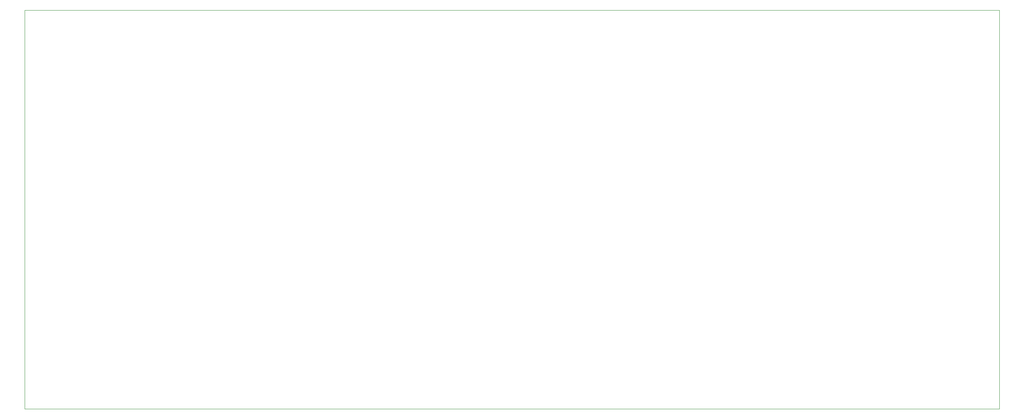
<source format=gbr>
%TF.GenerationSoftware,KiCad,Pcbnew,(6.0.5)*%
%TF.CreationDate,2022-08-03T21:49:30+02:00*%
%TF.ProjectId,VMN,564d4e2e-6b69-4636-9164-5f7063625858,rev?*%
%TF.SameCoordinates,Original*%
%TF.FileFunction,Profile,NP*%
%FSLAX46Y46*%
G04 Gerber Fmt 4.6, Leading zero omitted, Abs format (unit mm)*
G04 Created by KiCad (PCBNEW (6.0.5)) date 2022-08-03 21:49:30*
%MOMM*%
%LPD*%
G01*
G04 APERTURE LIST*
%TA.AperFunction,Profile*%
%ADD10C,0.100000*%
%TD*%
G04 APERTURE END LIST*
D10*
X248872000Y-129540000D02*
X38100000Y-129540000D01*
X38100000Y-129540000D02*
X38100000Y-43180000D01*
X38100000Y-43180000D02*
X248872000Y-43180000D01*
X248872000Y-43180000D02*
X248872000Y-129540000D01*
M02*

</source>
